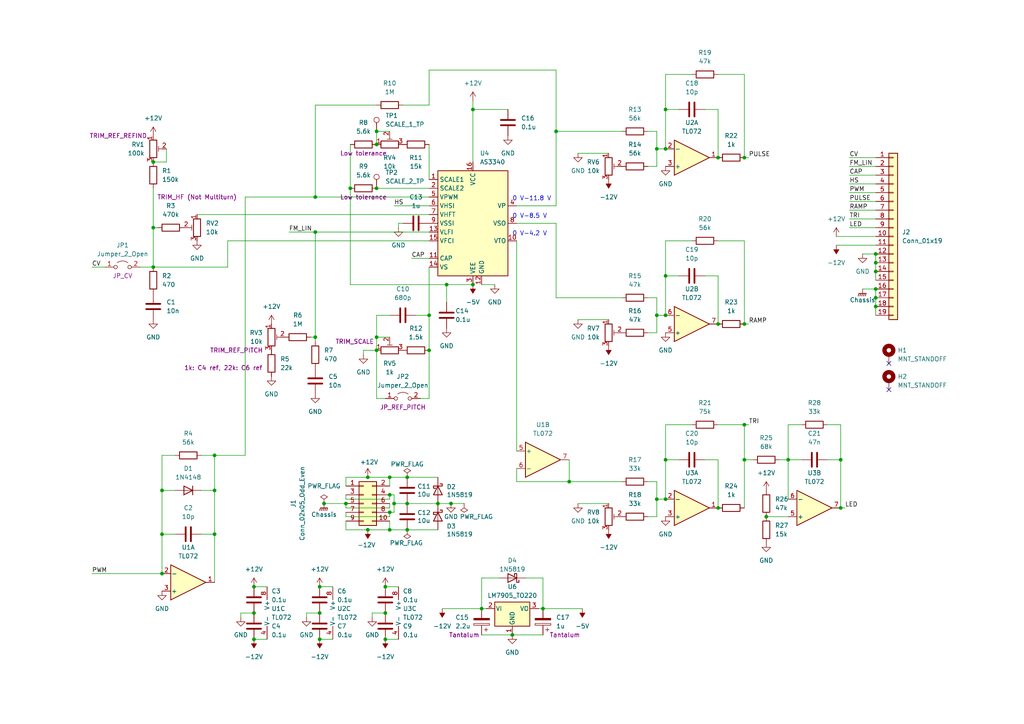
<source format=kicad_sch>
(kicad_sch (version 20230121) (generator eeschema)
  (paper "A4")
  (junction (at 130.81 146.05))
  (junction (at 46.99 154.94))
  (junction (at 254 88.9))
  (junction (at 101.6 54.61))
  (junction (at 254 83.82))
  (junction (at 113.03 138.43))
  (junction (at 111.76 185.42))
  (junction (at 92.71 170.18))
  (junction (at 254 86.36))
  (junction (at 243.84 133.35))
  (junction (at 243.84 147.32))
  (junction (at 215.9 93.98))
  (junction (at 228.6 133.35))
  (junction (at 208.28 93.98))
  (junction (at 124.46 91.44))
  (junction (at 109.22 101.6))
  (junction (at 92.71 177.8))
  (junction (at 113.03 153.67))
  (junction (at 46.99 166.37))
  (junction (at 137.16 82.55))
  (junction (at 91.44 97.79))
  (junction (at 190.5 43.18))
  (junction (at 215.9 133.35))
  (junction (at 193.04 31.75))
  (junction (at 129.54 82.55))
  (junction (at 62.23 142.24))
  (junction (at 46.99 142.24))
  (junction (at 73.66 185.42))
  (junction (at 113.03 148.59))
  (junction (at 193.04 144.78))
  (junction (at 193.04 133.35))
  (junction (at 193.04 91.44))
  (junction (at 165.1 139.7))
  (junction (at 113.03 143.51))
  (junction (at 111.76 177.8))
  (junction (at 106.68 138.43))
  (junction (at 208.28 45.72))
  (junction (at 93.98 146.05))
  (junction (at 118.11 153.67))
  (junction (at 190.5 91.44))
  (junction (at 91.44 67.31))
  (junction (at 193.04 80.01))
  (junction (at 114.3 146.05))
  (junction (at 118.11 146.05))
  (junction (at 254 73.66))
  (junction (at 109.22 41.91))
  (junction (at 44.45 77.47))
  (junction (at 193.04 43.18))
  (junction (at 215.9 123.19))
  (junction (at 254 76.2))
  (junction (at 148.59 184.15))
  (junction (at 109.22 97.79))
  (junction (at 161.29 38.1))
  (junction (at 44.45 46.99))
  (junction (at 109.22 54.61))
  (junction (at 190.5 144.78))
  (junction (at 208.28 147.32))
  (junction (at 127 146.05))
  (junction (at 62.23 132.08))
  (junction (at 222.25 149.86))
  (junction (at 62.23 154.94))
  (junction (at 137.16 31.75))
  (junction (at 124.46 101.6))
  (junction (at 139.7 176.53))
  (junction (at 109.22 38.1))
  (junction (at 111.76 170.18))
  (junction (at 73.66 170.18))
  (junction (at 44.45 66.04))
  (junction (at 157.48 176.53))
  (junction (at 106.68 153.67))
  (junction (at 91.44 57.15))
  (junction (at 73.66 177.8))
  (junction (at 118.11 138.43))
  (junction (at 100.33 146.05))
  (junction (at 254 78.74))
  (junction (at 92.71 185.42))
  (junction (at 215.9 45.72))
  (no_connect (at 257.81 105.41))
  (no_connect (at 257.81 113.03))
  (wire (pts (xy 165.1 139.7) (xy 180.34 139.7)))
  (wire (pts (xy 124.46 30.48) (xy 124.46 20.32)))
  (wire (pts (xy 193.04 31.75) (xy 193.04 43.18)))
  (wire (pts (xy 26.67 77.47) (xy 30.48 77.47)))
  (wire (pts (xy 109.22 97.79) (xy 109.22 101.6)))
  (wire (pts (xy 149.86 69.85) (xy 149.86 130.81)))
  (wire (pts (xy 254 86.36) (xy 254 88.9)))
  (wire (pts (xy 215.9 21.59) (xy 215.9 45.72)))
  (wire (pts (xy 246.38 48.26) (xy 254 48.26)))
  (wire (pts (xy 109.22 30.48) (xy 91.44 30.48)))
  (wire (pts (xy 46.99 154.94) (xy 46.99 166.37)))
  (wire (pts (xy 127 138.43) (xy 118.11 138.43)))
  (wire (pts (xy 127 146.05) (xy 130.81 146.05)))
  (wire (pts (xy 246.38 58.42) (xy 254 58.42)))
  (wire (pts (xy 190.5 48.26) (xy 190.5 43.18)))
  (wire (pts (xy 157.48 176.53) (xy 168.91 176.53)))
  (wire (pts (xy 113.03 153.67) (xy 118.11 153.67)))
  (wire (pts (xy 193.04 123.19) (xy 193.04 133.35)))
  (wire (pts (xy 193.04 80.01) (xy 196.85 80.01)))
  (wire (pts (xy 124.46 101.6) (xy 124.46 115.57)))
  (wire (pts (xy 62.23 132.08) (xy 62.23 142.24)))
  (wire (pts (xy 124.46 77.47) (xy 124.46 91.44)))
  (wire (pts (xy 246.38 63.5) (xy 254 63.5)))
  (wire (pts (xy 215.9 93.98) (xy 217.17 93.98)))
  (wire (pts (xy 144.78 167.64) (xy 139.7 167.64)))
  (wire (pts (xy 254 76.2) (xy 254 78.74)))
  (wire (pts (xy 101.6 82.55) (xy 129.54 82.55)))
  (wire (pts (xy 113.03 148.59) (xy 114.3 148.59)))
  (wire (pts (xy 26.67 166.37) (xy 46.99 166.37)))
  (wire (pts (xy 109.22 101.6) (xy 109.22 115.57)))
  (wire (pts (xy 44.45 66.04) (xy 44.45 77.47)))
  (wire (pts (xy 167.64 146.05) (xy 176.53 146.05)))
  (wire (pts (xy 107.95 177.8) (xy 111.76 177.8)))
  (wire (pts (xy 100.33 144.78) (xy 113.03 144.78)))
  (wire (pts (xy 100.33 149.86) (xy 113.03 149.86)))
  (wire (pts (xy 222.25 149.86) (xy 228.6 149.86)))
  (wire (pts (xy 137.16 29.21) (xy 137.16 31.75)))
  (wire (pts (xy 124.46 41.91) (xy 124.46 52.07)))
  (wire (pts (xy 208.28 69.85) (xy 215.9 69.85)))
  (wire (pts (xy 111.76 115.57) (xy 109.22 115.57)))
  (wire (pts (xy 240.03 133.35) (xy 243.84 133.35)))
  (wire (pts (xy 246.38 60.96) (xy 254 60.96)))
  (wire (pts (xy 93.98 146.05) (xy 100.33 146.05)))
  (wire (pts (xy 101.6 54.61) (xy 101.6 82.55)))
  (wire (pts (xy 190.5 86.36) (xy 190.5 91.44)))
  (wire (pts (xy 228.6 123.19) (xy 228.6 133.35)))
  (wire (pts (xy 167.64 44.45) (xy 176.53 44.45)))
  (wire (pts (xy 232.41 123.19) (xy 228.6 123.19)))
  (wire (pts (xy 113.03 149.86) (xy 113.03 148.59)))
  (wire (pts (xy 44.45 77.47) (xy 66.04 77.47)))
  (wire (pts (xy 71.12 57.15) (xy 71.12 132.08)))
  (wire (pts (xy 129.54 82.55) (xy 129.54 87.63)))
  (wire (pts (xy 139.7 167.64) (xy 139.7 176.53)))
  (wire (pts (xy 243.84 133.35) (xy 243.84 147.32)))
  (wire (pts (xy 246.38 45.72) (xy 254 45.72)))
  (wire (pts (xy 139.7 176.53) (xy 140.97 176.53)))
  (wire (pts (xy 204.47 31.75) (xy 208.28 31.75)))
  (wire (pts (xy 246.38 50.8) (xy 254 50.8)))
  (wire (pts (xy 44.45 54.61) (xy 44.45 66.04)))
  (wire (pts (xy 44.45 66.04) (xy 45.72 66.04)))
  (wire (pts (xy 40.64 77.47) (xy 44.45 77.47)))
  (wire (pts (xy 242.57 68.58) (xy 254 68.58)))
  (wire (pts (xy 100.33 146.05) (xy 100.33 147.32)))
  (wire (pts (xy 187.96 86.36) (xy 190.5 86.36)))
  (wire (pts (xy 113.03 140.97) (xy 113.03 138.43)))
  (wire (pts (xy 73.66 185.42) (xy 77.47 185.42)))
  (wire (pts (xy 200.66 123.19) (xy 193.04 123.19)))
  (wire (pts (xy 246.38 66.04) (xy 254 66.04)))
  (wire (pts (xy 204.47 133.35) (xy 208.28 133.35)))
  (wire (pts (xy 100.33 140.97) (xy 100.33 138.43)))
  (wire (pts (xy 232.41 133.35) (xy 228.6 133.35)))
  (wire (pts (xy 208.28 133.35) (xy 208.28 147.32)))
  (wire (pts (xy 71.12 132.08) (xy 62.23 132.08)))
  (wire (pts (xy 228.6 133.35) (xy 228.6 144.78)))
  (wire (pts (xy 116.84 64.77) (xy 115.57 64.77)))
  (wire (pts (xy 180.34 86.36) (xy 161.29 86.36)))
  (wire (pts (xy 100.33 153.67) (xy 106.68 153.67)))
  (wire (pts (xy 240.03 123.19) (xy 243.84 123.19)))
  (wire (pts (xy 200.66 21.59) (xy 193.04 21.59)))
  (wire (pts (xy 66.04 69.85) (xy 66.04 77.47)))
  (wire (pts (xy 91.44 30.48) (xy 91.44 57.15)))
  (wire (pts (xy 105.41 102.87) (xy 105.41 101.6)))
  (wire (pts (xy 113.03 91.44) (xy 109.22 91.44)))
  (wire (pts (xy 83.82 67.31) (xy 91.44 67.31)))
  (wire (pts (xy 58.42 132.08) (xy 62.23 132.08)))
  (wire (pts (xy 152.4 167.64) (xy 157.48 167.64)))
  (wire (pts (xy 243.84 123.19) (xy 243.84 133.35)))
  (wire (pts (xy 204.47 80.01) (xy 208.28 80.01)))
  (wire (pts (xy 161.29 38.1) (xy 161.29 59.69)))
  (wire (pts (xy 250.19 73.66) (xy 254 73.66)))
  (wire (pts (xy 156.21 176.53) (xy 157.48 176.53)))
  (wire (pts (xy 190.5 38.1) (xy 190.5 43.18)))
  (wire (pts (xy 193.04 69.85) (xy 193.04 80.01)))
  (wire (pts (xy 226.06 133.35) (xy 228.6 133.35)))
  (wire (pts (xy 115.57 64.77) (xy 115.57 66.04)))
  (wire (pts (xy 161.29 64.77) (xy 149.86 64.77)))
  (wire (pts (xy 58.42 142.24) (xy 62.23 142.24)))
  (wire (pts (xy 254 88.9) (xy 254 91.44)))
  (wire (pts (xy 161.29 38.1) (xy 180.34 38.1)))
  (wire (pts (xy 187.96 149.86) (xy 190.5 149.86)))
  (wire (pts (xy 161.29 86.36) (xy 161.29 64.77)))
  (wire (pts (xy 109.22 54.61) (xy 124.46 54.61)))
  (wire (pts (xy 91.44 57.15) (xy 124.46 57.15)))
  (wire (pts (xy 129.54 82.55) (xy 137.16 82.55)))
  (wire (pts (xy 193.04 133.35) (xy 196.85 133.35)))
  (wire (pts (xy 190.5 96.52) (xy 190.5 91.44)))
  (wire (pts (xy 91.44 97.79) (xy 91.44 99.06)))
  (wire (pts (xy 88.9 177.8) (xy 92.71 177.8)))
  (wire (pts (xy 190.5 43.18) (xy 193.04 43.18)))
  (wire (pts (xy 200.66 69.85) (xy 193.04 69.85)))
  (wire (pts (xy 149.86 135.89) (xy 149.86 139.7)))
  (wire (pts (xy 113.03 38.1) (xy 109.22 38.1)))
  (wire (pts (xy 100.33 148.59) (xy 100.33 149.86)))
  (wire (pts (xy 106.68 153.67) (xy 113.03 153.67)))
  (wire (pts (xy 57.15 62.23) (xy 124.46 62.23)))
  (wire (pts (xy 190.5 139.7) (xy 190.5 144.78)))
  (wire (pts (xy 113.03 147.32) (xy 113.03 146.05)))
  (wire (pts (xy 109.22 38.1) (xy 109.22 41.91)))
  (wire (pts (xy 48.26 43.18) (xy 48.26 46.99)))
  (wire (pts (xy 124.46 20.32) (xy 161.29 20.32)))
  (wire (pts (xy 91.44 67.31) (xy 124.46 67.31)))
  (wire (pts (xy 107.95 179.07) (xy 107.95 177.8)))
  (wire (pts (xy 243.84 147.32) (xy 245.11 147.32)))
  (wire (pts (xy 114.3 59.69) (xy 124.46 59.69)))
  (wire (pts (xy 193.04 31.75) (xy 196.85 31.75)))
  (wire (pts (xy 48.26 46.99) (xy 44.45 46.99)))
  (wire (pts (xy 58.42 154.94) (xy 62.23 154.94)))
  (wire (pts (xy 118.11 146.05) (xy 127 146.05)))
  (wire (pts (xy 62.23 142.24) (xy 62.23 154.94)))
  (wire (pts (xy 208.28 31.75) (xy 208.28 45.72)))
  (wire (pts (xy 91.44 57.15) (xy 71.12 57.15)))
  (wire (pts (xy 92.71 185.42) (xy 96.52 185.42)))
  (wire (pts (xy 208.28 80.01) (xy 208.28 93.98)))
  (wire (pts (xy 148.59 184.15) (xy 157.48 184.15)))
  (wire (pts (xy 118.11 153.67) (xy 127 153.67)))
  (wire (pts (xy 254 78.74) (xy 254 81.28)))
  (wire (pts (xy 121.92 115.57) (xy 124.46 115.57)))
  (wire (pts (xy 100.33 151.13) (xy 100.33 153.67)))
  (wire (pts (xy 114.3 143.51) (xy 114.3 146.05)))
  (wire (pts (xy 246.38 55.88) (xy 254 55.88)))
  (wire (pts (xy 101.6 41.91) (xy 101.6 54.61)))
  (wire (pts (xy 105.41 101.6) (xy 109.22 101.6)))
  (wire (pts (xy 149.86 139.7) (xy 165.1 139.7)))
  (wire (pts (xy 124.46 91.44) (xy 124.46 101.6)))
  (wire (pts (xy 167.64 92.71) (xy 176.53 92.71)))
  (wire (pts (xy 215.9 45.72) (xy 217.17 45.72)))
  (wire (pts (xy 218.44 133.35) (xy 215.9 133.35)))
  (wire (pts (xy 128.27 176.53) (xy 139.7 176.53)))
  (wire (pts (xy 124.46 69.85) (xy 66.04 69.85)))
  (wire (pts (xy 90.17 97.79) (xy 91.44 97.79)))
  (wire (pts (xy 69.85 179.07) (xy 69.85 177.8)))
  (wire (pts (xy 161.29 20.32) (xy 161.29 38.1)))
  (wire (pts (xy 254 73.66) (xy 254 76.2)))
  (wire (pts (xy 120.65 91.44) (xy 124.46 91.44)))
  (wire (pts (xy 165.1 133.35) (xy 165.1 139.7)))
  (wire (pts (xy 62.23 154.94) (xy 62.23 168.91)))
  (wire (pts (xy 113.03 97.79) (xy 109.22 97.79)))
  (wire (pts (xy 190.5 144.78) (xy 193.04 144.78)))
  (wire (pts (xy 100.33 147.32) (xy 113.03 147.32)))
  (wire (pts (xy 137.16 31.75) (xy 147.32 31.75)))
  (wire (pts (xy 139.7 184.15) (xy 148.59 184.15)))
  (wire (pts (xy 190.5 91.44) (xy 193.04 91.44)))
  (wire (pts (xy 100.33 143.51) (xy 100.33 144.78)))
  (wire (pts (xy 187.96 48.26) (xy 190.5 48.26)))
  (wire (pts (xy 187.96 139.7) (xy 190.5 139.7)))
  (wire (pts (xy 193.04 21.59) (xy 193.04 31.75)))
  (wire (pts (xy 157.48 167.64) (xy 157.48 176.53)))
  (wire (pts (xy 187.96 96.52) (xy 190.5 96.52)))
  (wire (pts (xy 69.85 177.8) (xy 73.66 177.8)))
  (wire (pts (xy 100.33 138.43) (xy 106.68 138.43)))
  (wire (pts (xy 215.9 133.35) (xy 215.9 147.32)))
  (wire (pts (xy 50.8 142.24) (xy 46.99 142.24)))
  (wire (pts (xy 114.3 146.05) (xy 118.11 146.05)))
  (wire (pts (xy 250.19 83.82) (xy 254 83.82)))
  (wire (pts (xy 119.38 74.93) (xy 124.46 74.93)))
  (wire (pts (xy 215.9 123.19) (xy 217.17 123.19)))
  (wire (pts (xy 113.03 143.51) (xy 114.3 143.51)))
  (wire (pts (xy 130.81 146.05) (xy 134.62 146.05)))
  (wire (pts (xy 50.8 154.94) (xy 46.99 154.94)))
  (wire (pts (xy 73.66 170.18) (xy 77.47 170.18)))
  (wire (pts (xy 139.7 82.55) (xy 143.51 82.55)))
  (wire (pts (xy 111.76 170.18) (xy 115.57 170.18)))
  (wire (pts (xy 92.71 170.18) (xy 96.52 170.18)))
  (wire (pts (xy 190.5 149.86) (xy 190.5 144.78)))
  (wire (pts (xy 187.96 38.1) (xy 190.5 38.1)))
  (wire (pts (xy 46.99 142.24) (xy 46.99 154.94)))
  (wire (pts (xy 208.28 123.19) (xy 215.9 123.19)))
  (wire (pts (xy 254 83.82) (xy 254 86.36)))
  (wire (pts (xy 113.03 144.78) (xy 113.03 143.51)))
  (wire (pts (xy 114.3 148.59) (xy 114.3 146.05)))
  (wire (pts (xy 88.9 179.07) (xy 88.9 177.8)))
  (wire (pts (xy 215.9 123.19) (xy 215.9 133.35)))
  (wire (pts (xy 161.29 59.69) (xy 149.86 59.69)))
  (wire (pts (xy 208.28 21.59) (xy 215.9 21.59)))
  (wire (pts (xy 46.99 132.08) (xy 46.99 142.24)))
  (wire (pts (xy 246.38 53.34) (xy 254 53.34)))
  (wire (pts (xy 50.8 132.08) (xy 46.99 132.08)))
  (wire (pts (xy 106.68 138.43) (xy 113.03 138.43)))
  (wire (pts (xy 193.04 133.35) (xy 193.04 144.78)))
  (wire (pts (xy 91.44 67.31) (xy 91.44 97.79)))
  (wire (pts (xy 193.04 80.01) (xy 193.04 91.44)))
  (wire (pts (xy 137.16 31.75) (xy 137.16 46.99)))
  (wire (pts (xy 116.84 30.48) (xy 124.46 30.48)))
  (wire (pts (xy 215.9 69.85) (xy 215.9 93.98)))
  (wire (pts (xy 109.22 91.44) (xy 109.22 97.79)))
  (wire (pts (xy 111.76 185.42) (xy 115.57 185.42)))
  (wire (pts (xy 113.03 151.13) (xy 113.03 153.67)))
  (wire (pts (xy 242.57 71.12) (xy 254 71.12)))
  (wire (pts (xy 113.03 138.43) (xy 118.11 138.43)))
  (text "0 V-11.8 V" (at 148.59 58.42 0) (effects (font (size 1.27 1.27)) (justify left bottom)))
  (text "0 V-8.5 V" (at 148.59 63.5 0) (effects (font (size 1.27 1.27)) (justify left bottom)))
  (text "0 V-4.2 V" (at 148.59 68.58 0) (effects (font (size 1.27 1.27)) (justify left bottom)))
  (text "1) Set voltages SCALE_1_TP = SCALE_2_TP\n2) Place jumper JP_REF_PITCH\n3) Tune to 1046.5 Hz with TRIM_REF_PITCH\n4) Remove jumper JP_REF_PITCH\n5) Remove jumper JP_CV\n6) Bring TRIM_HF to GND\n7) Apply 5 V CV\n8) Tune to 1046.5 Hz with TRIM_REF_REFIND\n9) Apply 0 V CV\n10) Tune to 32.7 Hz with TRIM_SCALE\n11) Apply HF correction using TRIM_HF\n12) Place jumper JP_CV\n" (at 0 238.76 0) (effects (font (size 1.27 1.27)) (justify left bottom)))
  (label "CAP" (at 246.38 50.8 0))
  (label "PULSE" (at 217.17 45.72 0))
  (label "RAMP" (at 246.38 60.96 0))
  (label "LED" (at 246.38 66.04 0))
  (label "PWM" (at 26.67 166.37 0))
  (label "HS" (at 246.38 53.34 0))
  (label "LED" (at 245.11 147.32 0))
  (label "TRI" (at 246.38 63.5 0))
  (label "CV" (at 26.67 77.47 0))
  (label "CV" (at 246.38 45.72 0))
  (label "CAP" (at 119.38 74.93 0))
  (label "PULSE" (at 246.38 58.42 0))
  (label "PWM" (at 246.38 55.88 0))
  (label "FM_LIN" (at 246.38 48.26 0))
  (label "FM_LIN" (at 83.82 67.31 0))
  (label "HS" (at 114.3 59.69 0))
  (label "TRI" (at 217.17 123.19 0))
  (label "RAMP" (at 217.17 93.98 0))
  (symbol (lib_id "power:-5V") (at 137.16 82.55 180) (unit 1)
    (property "Reference" "#PWR025" (effects hide))
    (property "Value" "-5V" (at 137.16 87.63 0))
  )
  (symbol (lib_id "Amplifier_Operational:TL072") (at 200.66 45.72 0) (mirror x) (unit 1)
    (property "Reference" "U2" (at 200.66 35.56 0))
    (property "Value" "TL072" (at 200.66 38.1 0))
    (property "Footprint" "Package_DIP:DIP-8_W7.62mm_Socket" (effects hide))
    (property "Datasheet" "http://www.ti.com/lit/ds/symlink/tl071.pdf" (effects hide))
  )
  (symbol (lib_id "power:+12V") (at 242.57 68.58 0) (unit 1)
    (property "Reference" "#PWR041" (effects hide))
    (property "Value" "+12V" (at 242.57 63.5 0))
  )
  (symbol (lib_id "Device:R") (at 78.74 105.41 0) (unit 1)
    (property "Reference" "R5" (at 81.28 104.1399 0) (effects (justify left)))
    (property "Value" "22k" (at 81.28 106.6799 0) (effects (justify left)))
    (property "Footprint" "Resistor_THT:R_Axial_DIN0207_L6.3mm_D2.5mm_P7.62mm_Horizontal" (effects hide))
    (property "Notes" "1k: C4 ref, 22k: C6 ref" (at 64.77 106.68 0))
  )
  (symbol (lib_id "Device:C_Polarized") (at 157.48 180.34 180) (unit 1)
    (property "Reference" "C17" (at 161.29 179.07 0) (effects (justify right)))
    (property "Value" "1u" (at 161.29 181.61 0) (effects (justify right)))
    (property "Footprint" "Capacitor_THT:CP_Radial_Tantal_D5.0mm_P2.50mm" (effects hide))
    (property "Notes" "Tantalum" (at 163.83 184.15 0))
  )
  (symbol (lib_id "Device:C") (at 236.22 133.35 90) (unit 1)
    (property "Reference" "C21" (at 236.22 125.73 90))
    (property "Value" "47n" (at 236.22 128.27 90))
    (property "Footprint" "0_Capacitor_THT:C_Disc_D5.5mm_W2.5mm_P2.50mm" (effects hide))
  )
  (symbol (lib_id "Amplifier_Operational:TL072") (at 54.61 168.91 0) (mirror x) (unit 1)
    (property "Reference" "U1" (at 54.61 158.75 0))
    (property "Value" "TL072" (at 54.61 161.29 0))
    (property "Footprint" "Package_DIP:DIP-8_W7.62mm_Socket" (effects hide))
    (property "Datasheet" "http://www.ti.com/lit/ds/symlink/tl071.pdf" (effects hide))
  )
  (symbol (lib_id "Device:C") (at 92.71 181.61 180) (unit 1)
    (property "Reference" "C7" (at 97.79 181.61 0) (effects (justify right)))
    (property "Value" "0.1u" (at 97.79 184.15 0) (effects (justify right)))
    (property "Footprint" "0_Capacitor_THT:C_Disc_D5.5mm_W2.5mm_P2.50mm" (effects hide))
  )
  (symbol (lib_id "power:GND") (at 193.04 149.86 0) (unit 1)
    (property "Reference" "#PWR038" (effects hide))
    (property "Value" "GND" (at 193.04 154.94 0))
  )
  (symbol (lib_id "Device:R") (at 105.41 41.91 90) (unit 1)
    (property "Reference" "R8" (at 105.41 35.56 90))
    (property "Value" "5.6k" (at 105.41 38.1 90))
    (property "Footprint" "Resistor_THT:R_Axial_DIN0207_L6.3mm_D2.5mm_P7.62mm_Horizontal" (effects hide))
    (property "Notes" "Low tolerance" (at 105.41 44.45 90))
  )
  (symbol (lib_id "Device:R") (at 184.15 86.36 90) (unit 1)
    (property "Reference" "R15" (at 184.15 80.01 90))
    (property "Value" "47k" (at 184.15 82.55 90))
    (property "Footprint" "Resistor_THT:R_Axial_DIN0207_L6.3mm_D2.5mm_P7.62mm_Horizontal" (effects hide))
  )
  (symbol (lib_id "Device:R") (at 212.09 45.72 90) (unit 1)
    (property "Reference" "R22" (at 212.09 39.37 90))
    (property "Value" "1k" (at 212.09 41.91 90))
    (property "Footprint" "Resistor_THT:R_Axial_DIN0207_L6.3mm_D2.5mm_P7.62mm_Horizontal" (effects hide))
  )
  (symbol (lib_id "Device:C") (at 54.61 154.94 90) (unit 1)
    (property "Reference" "C2" (at 54.61 147.32 90))
    (property "Value" "10p" (at 54.61 149.86 90))
    (property "Footprint" "0_Capacitor_THT:C_Disc_D5.5mm_W2.5mm_P2.50mm" (effects hide))
  )
  (symbol (lib_id "power:GND") (at 44.45 92.71 0) (unit 1)
    (property "Reference" "#PWR02" (effects hide))
    (property "Value" "GND" (at 44.45 97.79 0))
  )
  (symbol (lib_id "Diode:1N5819") (at 148.59 167.64 180) (unit 1)
    (property "Reference" "D4" (at 148.59 162.56 0))
    (property "Value" "1N5819" (at 148.59 165.1 0))
    (property "Footprint" "Diode_THT:D_DO-41_SOD81_P10.16mm_Horizontal" (effects hide))
    (property "Datasheet" "http://www.vishay.com/docs/88525/1n5817.pdf" (effects hide))
  )
  (symbol (lib_id "power:GND") (at 46.99 171.45 0) (unit 1)
    (property "Reference" "#PWR03" (effects hide))
    (property "Value" "GND" (at 46.99 176.53 0))
  )
  (symbol (lib_id "Amplifier_Operational:TL072") (at 157.48 133.35 0) (unit 2)
    (property "Reference" "U1" (at 157.48 123.19 0))
    (property "Value" "TL072" (at 157.48 125.73 0))
    (property "Footprint" "Package_DIP:DIP-8_W7.62mm_Socket" (effects hide))
    (property "Datasheet" "http://www.ti.com/lit/ds/symlink/tl071.pdf" (effects hide))
  )
  (symbol (lib_id "Device:R") (at 184.15 149.86 90) (unit 1)
    (property "Reference" "R18" (at 184.15 143.51 90))
    (property "Value" "33k" (at 184.15 146.05 90))
    (property "Footprint" "Resistor_THT:R_Axial_DIN0207_L6.3mm_D2.5mm_P7.62mm_Horizontal" (effects hide))
  )
  (symbol (lib_id "Device:R_Potentiometer_Trim") (at 57.15 66.04 0) (mirror y) (unit 1)
    (property "Reference" "RV2" (at 59.69 64.7699 0) (effects (justify right)))
    (property "Value" "10k" (at 59.69 67.3099 0) (effects (justify right)))
    (property "Footprint" "Potentiometer_THT:Potentiometer_Runtron_RM-065_Vertical" (effects hide))
    (property "Notes" "TRIM_HF (Not Multiturn)" (at 57.15 57.15 0))
  )
  (symbol (lib_id "power:PWR_FLAG") (at 93.98 146.05 0) (unit 1)
    (property "Reference" "#FLG01" (effects hide))
    (property "Value" "PWR_FLAG" (at 93.98 140.97 0))
  )
  (symbol (lib_id "Device:C") (at 147.32 35.56 180) (unit 1)
    (property "Reference" "C16" (at 151.13 34.2899 0) (effects (justify right)))
    (property "Value" "0.1u" (at 151.13 36.8299 0) (effects (justify right)))
    (property "Footprint" "0_Capacitor_THT:C_Disc_D5.5mm_W2.5mm_P2.50mm" (effects hide))
  )
  (symbol (lib_id "Device:R_Potentiometer_Trim") (at 78.74 97.79 0) (unit 1)
    (property "Reference" "RV3" (at 76.2 96.5199 0) (effects (justify right)))
    (property "Value" "10k" (at 76.2 99.0599 0) (effects (justify right)))
    (property "Footprint" "Potentiometer_THT:Potentiometer_Bourns_3296W_Vertical" (effects hide))
    (property "Notes" "TRIM_REF_PITCH" (at 68.58 101.6 0))
  )
  (symbol (lib_id "Device:R") (at 184.15 139.7 90) (unit 1)
    (property "Reference" "R17" (at 184.15 133.35 90))
    (property "Value" "33k" (at 184.15 135.89 90))
    (property "Footprint" "Resistor_THT:R_Axial_DIN0207_L6.3mm_D2.5mm_P7.62mm_Horizontal" (effects hide))
  )
  (symbol (lib_id "power:GND") (at 57.15 69.85 0) (unit 1)
    (property "Reference" "#PWR04" (effects hide))
    (property "Value" "GND" (at 57.15 74.93 0))
  )
  (symbol (lib_id "Mechanical:MountingHole_Pad") (at 257.81 110.49 0) (unit 1)
    (property "Reference" "H2" (at 260.35 109.22 0) (effects (justify left)))
    (property "Value" "MNT_STANDOFF" (at 260.35 111.76 0) (effects (justify left)))
    (property "Footprint" "0_MountingHole:MountingHole_Pitch7.5mm_Drill3.4mm" (effects hide))
  )
  (symbol (lib_id "power:GND") (at 69.85 179.07 0) (unit 1)
    (property "Reference" "#PWR05" (effects hide))
    (property "Value" "GND" (at 69.85 184.15 0))
  )
  (symbol (lib_id "Device:R") (at 54.61 132.08 90) (unit 1)
    (property "Reference" "R4" (at 54.61 125.73 90))
    (property "Value" "56k" (at 54.61 128.27 90))
    (property "Footprint" "Resistor_THT:R_Axial_DIN0207_L6.3mm_D2.5mm_P7.62mm_Horizontal" (effects hide))
  )
  (symbol (lib_id "power:GND") (at 222.25 157.48 0) (unit 1)
    (property "Reference" "#PWR040" (effects hide))
    (property "Value" "GND" (at 222.25 162.56 0))
  )
  (symbol (lib_id "Device:R") (at 222.25 146.05 180) (unit 1)
    (property "Reference" "R26" (at 224.79 144.7799 0) (effects (justify right)))
    (property "Value" "47k" (at 224.79 147.3199 0) (effects (justify right)))
    (property "Footprint" "Resistor_THT:R_Axial_DIN0207_L6.3mm_D2.5mm_P7.62mm_Horizontal" (effects hide))
  )
  (symbol (lib_id "Device:R") (at 184.15 96.52 90) (unit 1)
    (property "Reference" "R16" (at 184.15 90.17 90))
    (property "Value" "47k" (at 184.15 92.71 90))
    (property "Footprint" "Resistor_THT:R_Axial_DIN0207_L6.3mm_D2.5mm_P7.62mm_Horizontal" (effects hide))
  )
  (symbol (lib_id "power:GND") (at 167.64 146.05 0) (unit 1)
    (property "Reference" "#PWR031" (effects hide))
    (property "Value" "GND" (at 167.64 151.13 0))
  )
  (symbol (lib_id "Device:R") (at 204.47 123.19 90) (unit 1)
    (property "Reference" "R21" (at 204.47 116.84 90))
    (property "Value" "75k" (at 204.47 119.38 90))
    (property "Footprint" "Resistor_THT:R_Axial_DIN0207_L6.3mm_D2.5mm_P7.62mm_Horizontal" (effects hide))
  )
  (symbol (lib_id "Device:C") (at 118.11 149.86 0) (unit 1)
    (property "Reference" "C12" (at 121.031 148.6916 0) (effects (justify left)))
    (property "Value" "10u" (at 121.031 151.003 0) (effects (justify left)))
    (property "Footprint" "0_Capacitor_THT:C_Disc_D5.5mm_W4.0mm_P2.50mm" (effects hide))
  )
  (symbol (lib_id "Device:C") (at 129.54 91.44 180) (unit 1)
    (property "Reference" "C14" (at 132.08 90.17 0) (effects (justify right)))
    (property "Value" "0.1u" (at 132.08 92.71 0) (effects (justify right)))
    (property "Footprint" "0_Capacitor_THT:C_Disc_D5.5mm_W2.5mm_P2.50mm" (effects hide))
  )
  (symbol (lib_id "Device:C") (at 118.11 142.24 0) (unit 1)
    (property "Reference" "C11" (at 121.031 141.0716 0) (effects (justify left)))
    (property "Value" "10u" (at 121.031 143.383 0) (effects (justify left)))
    (property "Footprint" "0_Capacitor_THT:C_Disc_D5.5mm_W4.0mm_P2.50mm" (effects hide))
  )
  (symbol (lib_id "power:GND") (at 115.57 66.04 0) (unit 1)
    (property "Reference" "#PWR020" (effects hide))
    (property "Value" "GND" (at 115.57 71.12 0))
  )
  (symbol (lib_id "power:-12V") (at 111.76 185.42 180) (unit 1)
    (property "Reference" "#PWR019" (effects hide))
    (property "Value" "-12V" (at 111.76 190.5 0))
  )
  (symbol (lib_id "Device:C") (at 92.71 173.99 180) (unit 1)
    (property "Reference" "C6" (at 97.79 171.45 0) (effects (justify right)))
    (property "Value" "0.1u" (at 97.79 173.99 0) (effects (justify right)))
    (property "Footprint" "0_Capacitor_THT:C_Disc_D5.5mm_W2.5mm_P2.50mm" (effects hide))
  )
  (symbol (lib_id "Device:C") (at 116.84 91.44 90) (unit 1)
    (property "Reference" "C10" (at 116.84 83.82 90))
    (property "Value" "680p" (at 116.84 86.36 90))
    (property "Footprint" "0_Capacitor_THT:C_Disc_D5.5mm_W2.5mm_P2.50mm" (effects hide))
  )
  (symbol (lib_id "power:GND") (at 250.19 73.66 0) (unit 1)
    (property "Reference" "#PWR043" (effects hide))
    (property "Value" "GND" (at 250.19 78.74 0))
  )
  (symbol (lib_id "power:GND") (at 167.64 92.71 0) (unit 1)
    (property "Reference" "#PWR030" (effects hide))
    (property "Value" "GND" (at 167.64 97.79 0))
  )
  (symbol (lib_id "Device:C") (at 91.44 110.49 0) (unit 1)
    (property "Reference" "C5" (at 95.25 109.2199 0) (effects (justify left)))
    (property "Value" "10n" (at 95.25 111.7599 0) (effects (justify left)))
    (property "Footprint" "0_Capacitor_THT:C_Disc_D5.5mm_W2.5mm_P2.50mm" (effects hide))
  )
  (symbol (lib_id "Device:C") (at 111.76 181.61 180) (unit 1)
    (property "Reference" "C9" (at 116.84 181.61 0) (effects (justify right)))
    (property "Value" "0.1u" (at 116.84 184.15 0) (effects (justify right)))
    (property "Footprint" "0_Capacitor_THT:C_Disc_D5.5mm_W2.5mm_P2.50mm" (effects hide))
  )
  (symbol (lib_id "power:-12V") (at 128.27 176.53 180) (unit 1)
    (property "Reference" "#PWR021" (effects hide))
    (property "Value" "-12V" (at 128.27 181.61 0))
  )
  (symbol (lib_id "Device:R") (at 44.45 81.28 0) (unit 1)
    (property "Reference" "R2" (at 46.99 80.0099 0) (effects (justify left)))
    (property "Value" "470" (at 46.99 82.5499 0) (effects (justify left)))
    (property "Footprint" "Resistor_THT:R_Axial_DIN0207_L6.3mm_D2.5mm_P7.62mm_Horizontal" (effects hide))
  )
  (symbol (lib_id "Device:R") (at 222.25 133.35 90) (unit 1)
    (property "Reference" "R25" (at 222.25 127 90))
    (property "Value" "68k" (at 222.25 129.54 90))
    (property "Footprint" "Resistor_THT:R_Axial_DIN0207_L6.3mm_D2.5mm_P7.62mm_Horizontal" (effects hide))
  )
  (symbol (lib_id "power:+12V") (at 106.68 138.43 0) (unit 1)
    (property "Reference" "#PWR015" (effects hide))
    (property "Value" "+12V" (at 107.061 134.0358 0))
  )
  (symbol (lib_id "power:PWR_FLAG") (at 118.11 153.67 180) (unit 1)
    (property "Reference" "#FLG03" (effects hide))
    (property "Value" "PWR_FLAG" (at 113.03 157.48 0) (effects (justify right)))
  )
  (symbol (lib_id "power:GND") (at 105.41 102.87 0) (unit 1)
    (property "Reference" "#PWR014" (effects hide))
    (property "Value" "GND" (at 105.41 107.95 0))
  )
  (symbol (lib_id "Device:R") (at 86.36 97.79 90) (unit 1)
    (property "Reference" "R6" (at 86.36 91.44 90))
    (property "Value" "1M" (at 86.36 93.98 90))
    (property "Footprint" "Resistor_THT:R_Axial_DIN0207_L6.3mm_D2.5mm_P7.62mm_Horizontal" (effects hide))
  )
  (symbol (lib_id "Device:R_Potentiometer_Trim") (at 113.03 101.6 90) (unit 1)
    (property "Reference" "RV5" (at 113.03 105.41 90))
    (property "Value" "1k" (at 113.03 107.95 90))
    (property "Footprint" "Potentiometer_THT:Potentiometer_Bourns_3296W_Vertical" (effects hide))
    (property "Notes" "TRIM_SCALE" (at 102.87 99.06 90))
  )
  (symbol (lib_id "Connector_Generic:Conn_02x05_Odd_Even") (at 105.41 146.05 0) (unit 1)
    (property "Reference" "J1" (at 85.09 146.05 90))
    (property "Value" "Conn_02x05_Odd_Even" (at 87.63 146.05 90))
    (property "Footprint" "Connector_Molex:Molex_Mini-Fit_Jr_5566-10A_2x05_P4.20mm_Vertical" (effects hide))
  )
  (symbol (lib_id "power:GND") (at 107.95 179.07 0) (unit 1)
    (property "Reference" "#PWR017" (effects hide))
    (property "Value" "GND" (at 107.95 184.15 0))
  )
  (symbol (lib_id "Connector_Generic:Conn_01x19") (at 259.08 68.58 0) (unit 1)
    (property "Reference" "J2" (at 261.62 67.31 0) (effects (justify left)))
    (property "Value" "Conn_01x19" (at 261.62 69.85 0) (effects (justify left)))
    (property "Footprint" "Connector_PinHeader_2.54mm:PinHeader_1x19_P2.54mm_Vertical" (effects hide))
  )
  (symbol (lib_id "Device:R_Potentiometer_Trim") (at 176.53 149.86 0) (unit 1)
    (property "Reference" "RV8" (at 173.99 148.5899 0) (effects (justify right)))
    (property "Value" "10k" (at 173.99 151.1299 0) (effects (justify right)))
    (property "Footprint" "Potentiometer_THT:Potentiometer_Bourns_3296W_Vertical" (effects hide))
  )
  (symbol (lib_id "Diode:1N5819") (at 127 142.24 270) (unit 1)
    (property "Reference" "D2" (at 129.54 141.1986 90) (effects (justify left)))
    (property "Value" "1N5819" (at 129.54 143.51 90) (effects (justify left)))
    (property "Footprint" "Diode_THT:D_DO-41_SOD81_P10.16mm_Horizontal" (effects hide))
    (property "Datasheet" "http://www.vishay.com/docs/88525/1n5817.pdf" (effects hide))
  )
  (symbol (lib_id "Device:R_Potentiometer_Trim") (at 176.53 96.52 0) (unit 1)
    (property "Reference" "RV7" (at 173.99 95.2499 0) (effects (justify right)))
    (property "Value" "10k" (at 173.99 97.7899 0) (effects (justify right)))
    (property "Footprint" "Potentiometer_THT:Potentiometer_Bourns_3296W_Vertical" (effects hide))
  )
  (symbol (lib_id "power:GND") (at 148.59 184.15 0) (unit 1)
    (property "Reference" "#PWR028" (effects hide))
    (property "Value" "GND" (at 148.59 189.23 0))
  )
  (symbol (lib_id "power:PWR_FLAG") (at 134.62 146.05 180) (unit 1)
    (property "Reference" "#FLG04" (effects hide))
    (property "Value" "PWR_FLAG" (at 133.35 149.86 0) (effects (justify right)))
  )
  (symbol (lib_id "Device:R") (at 184.15 48.26 90) (unit 1)
    (property "Reference" "R14" (at 184.15 41.91 90))
    (property "Value" "56k" (at 184.15 44.45 90))
    (property "Footprint" "Resistor_THT:R_Axial_DIN0207_L6.3mm_D2.5mm_P7.62mm_Horizontal" (effects hide))
  )
  (symbol (lib_id "Device:R") (at 105.41 54.61 90) (unit 1)
    (property "Reference" "R9" (at 105.41 48.26 90))
    (property "Value" "5.6k" (at 105.41 50.8 90))
    (property "Footprint" "Resistor_THT:R_Axial_DIN0207_L6.3mm_D2.5mm_P7.62mm_Horizontal" (effects hide))
    (property "Notes" "Low tolerance" (at 105.41 57.15 90))
  )
  (symbol (lib_id "power:-12V") (at 106.68 153.67 180) (unit 1)
    (property "Reference" "#PWR016" (effects hide))
    (property "Value" "-12V" (at 106.299 158.0642 0))
  )
  (symbol (lib_id "Device:R") (at 44.45 50.8 0) (unit 1)
    (property "Reference" "R1" (at 46.99 49.5299 0) (effects (justify left)))
    (property "Value" "150k" (at 46.99 52.0699 0) (effects (justify left)))
    (property "Footprint" "Resistor_THT:R_Axial_DIN0207_L6.3mm_D2.5mm_P7.62mm_Horizontal" (effects hide))
  )
  (symbol (lib_id "Jumper:Jumper_2_Open") (at 116.84 115.57 0) (unit 1)
    (property "Reference" "JP2" (at 116.84 109.22 0))
    (property "Value" "Jumper_2_Open" (at 116.84 111.76 0))
    (property "Footprint" "Connector_PinHeader_2.54mm:PinHeader_1x02_P2.54mm_Vertical" (effects hide))
    (property "Notes" "JP_REF_PITCH" (at 116.84 118.11 0))
  )
  (symbol (lib_id "power:+12V") (at 44.45 39.37 0) (unit 1)
    (property "Reference" "#PWR01" (effects hide))
    (property "Value" "+12V" (at 44.45 34.29 0))
  )
  (symbol (lib_id "power:+12V") (at 73.66 170.18 0) (unit 1)
    (property "Reference" "#PWR06" (effects hide))
    (property "Value" "+12V" (at 73.66 165.1 0))
  )
  (symbol (lib_id "Device:C") (at 200.66 31.75 90) (unit 1)
    (property "Reference" "C18" (at 200.66 24.13 90))
    (property "Value" "10p" (at 200.66 26.67 90))
    (property "Footprint" "0_Capacitor_THT:C_Disc_D5.5mm_W2.5mm_P2.50mm" (effects hide))
  )
  (symbol (lib_id "Device:R") (at 222.25 153.67 180) (unit 1)
    (property "Reference" "R27" (at 224.79 152.3999 0) (effects (justify right)))
    (property "Value" "15k" (at 224.79 154.9399 0) (effects (justify right)))
    (property "Footprint" "Resistor_THT:R_Axial_DIN0207_L6.3mm_D2.5mm_P7.62mm_Horizontal" (effects hide))
  )
  (symbol (lib_id "Device:R") (at 212.09 93.98 90) (unit 1)
    (property "Reference" "R23" (at 212.09 87.63 90))
    (property "Value" "1k" (at 212.09 90.17 90))
    (property "Footprint" "Resistor_THT:R_Axial_DIN0207_L6.3mm_D2.5mm_P7.62mm_Horizontal" (effects hide))
  )
  (symbol (lib_id "0_power:Chassis") (at 93.98 146.05 0) (unit 1) (in_bom no) (on_board no)
    (property "Reference" "#U01" (effects hide))
    (property "Value" "Chassis" (at 93.98 149.225 0))
  )
  (symbol (lib_id "power:GND") (at 130.81 146.05 0) (unit 1)
    (property "Reference" "#PWR023" (effects hide))
    (property "Value" "GND" (at 130.81 149.86 0))
  )
  (symbol (lib_id "Device:R") (at 204.47 21.59 90) (unit 1)
    (property "Reference" "R19" (at 204.47 15.24 90))
    (property "Value" "47k" (at 204.47 17.78 90))
    (property "Footprint" "Resistor_THT:R_Axial_DIN0207_L6.3mm_D2.5mm_P7.62mm_Horizontal" (effects hide))
  )
  (symbol (lib_id "power:+12V") (at 137.16 29.21 0) (unit 1)
    (property "Reference" "#PWR024" (effects hide))
    (property "Value" "+12V" (at 137.16 24.13 0))
  )
  (symbol (lib_id "power:-12V") (at 176.53 52.07 180) (unit 1)
    (property "Reference" "#PWR033" (effects hide))
    (property "Value" "-12V" (at 176.53 57.15 0))
  )
  (symbol (lib_id "Device:C") (at 200.66 133.35 90) (unit 1)
    (property "Reference" "C20" (at 200.66 125.73 90))
    (property "Value" "10p" (at 200.66 128.27 90))
    (property "Footprint" "0_Capacitor_THT:C_Disc_D5.5mm_W2.5mm_P2.50mm" (effects hide))
  )
  (symbol (lib_id "Amplifier_Operational:TL072") (at 118.11 177.8 0) (unit 3)
    (property "Reference" "U3" (at 116.84 176.5299 0) (effects (justify left)))
    (property "Value" "TL072" (at 116.84 179.0699 0) (effects (justify left)))
    (property "Footprint" "Package_DIP:DIP-8_W7.62mm_Socket" (effects hide))
    (property "Datasheet" "http://www.ti.com/lit/ds/symlink/tl071.pdf" (effects hide))
  )
  (symbol (lib_id "power:GND") (at 147.32 39.37 0) (unit 1)
    (property "Reference" "#PWR027" (effects hide))
    (property "Value" "GND" (at 147.32 44.45 0))
  )
  (symbol (lib_id "Device:R") (at 212.09 147.32 90) (unit 1)
    (property "Reference" "R24" (at 212.09 140.97 90))
    (property "Value" "1k" (at 212.09 143.51 90))
    (property "Footprint" "Resistor_THT:R_Axial_DIN0207_L6.3mm_D2.5mm_P7.62mm_Horizontal" (effects hide))
  )
  (symbol (lib_id "Jumper:Jumper_2_Open") (at 35.56 77.47 0) (unit 1)
    (property "Reference" "JP1" (at 35.56 71.12 0))
    (property "Value" "Jumper_2_Open" (at 35.56 73.66 0))
    (property "Footprint" "Connector_PinHeader_2.54mm:PinHeader_1x02_P2.54mm_Vertical" (effects hide))
    (property "Notes" "JP_CV" (at 35.56 80.01 0))
  )
  (symbol (lib_id "power:GND") (at 193.04 96.52 0) (unit 1)
    (property "Reference" "#PWR037" (effects hide))
    (property "Value" "GND" (at 193.04 101.6 0))
  )
  (symbol (lib_id "Device:R") (at 120.65 41.91 270) (unit 1)
    (property "Reference" "R11" (at 120.65 45.72 90))
    (property "Value" "15k" (at 120.65 48.26 90))
    (property "Footprint" "Resistor_THT:R_Axial_DIN0207_L6.3mm_D2.5mm_P7.62mm_Horizontal" (effects hide))
  )
  (symbol (lib_id "power:+12V") (at 222.25 142.24 0) (unit 1)
    (property "Reference" "#PWR039" (effects hide))
    (property "Value" "+12V" (at 222.25 137.16 0))
  )
  (symbol (lib_id "Device:R_Potentiometer_Trim") (at 113.03 41.91 90) (unit 1)
    (property "Reference" "RV4" (at 113.03 45.72 90))
    (property "Value" "10k" (at 113.03 48.26 90))
    (property "Footprint" "Potentiometer_THT:Potentiometer_Bourns_3296W_Vertical" (effects hide))
  )
  (symbol (lib_id "power:-5V") (at 168.91 176.53 180) (unit 1)
    (property "Reference" "#PWR032" (effects hide))
    (property "Value" "-5V" (at 168.91 181.61 0))
  )
  (symbol (lib_id "power:-12V") (at 176.53 153.67 180) (unit 1)
    (property "Reference" "#PWR035" (effects hide))
    (property "Value" "-12V" (at 176.53 158.75 0))
  )
  (symbol (lib_id "Device:C") (at 44.45 88.9 0) (unit 1)
    (property "Reference" "C1" (at 48.26 87.6299 0) (effects (justify left)))
    (property "Value" "10n" (at 48.26 90.1699 0) (effects (justify left)))
    (property "Footprint" "0_Capacitor_THT:C_Disc_D5.5mm_W2.5mm_P2.50mm" (effects hide))
  )
  (symbol (lib_id "Device:R") (at 184.15 38.1 90) (unit 1)
    (property "Reference" "R13" (at 184.15 31.75 90))
    (property "Value" "56k" (at 184.15 34.29 90))
    (property "Footprint" "Resistor_THT:R_Axial_DIN0207_L6.3mm_D2.5mm_P7.62mm_Horizontal" (effects hide))
  )
  (symbol (lib_id "Connector:TestPoint") (at 109.22 54.61 0) (unit 1)
    (property "Reference" "TP2" (at 111.76 50.0379 0) (effects (justify left)))
    (property "Value" "SCALE_2_TP" (at 111.76 52.5779 0) (effects (justify left)))
    (property "Footprint" "Connector_PinHeader_2.54mm:PinHeader_1x01_P2.54mm_Vertical" (effects hide))
  )
  (symbol (lib_id "Device:R_Potentiometer_Trim") (at 176.53 48.26 0) (unit 1)
    (property "Reference" "RV6" (at 173.99 46.9899 0) (effects (justify right)))
    (property "Value" "10k" (at 173.99 49.5299 0) (effects (justify right)))
    (property "Footprint" "Potentiometer_THT:Potentiometer_Bourns_3296W_Vertical" (effects hide))
  )
  (symbol (lib_id "power:-12V") (at 92.71 185.42 180) (unit 1)
    (property "Reference" "#PWR013" (effects hide))
    (property "Value" "-12V" (at 92.71 190.5 0))
  )
  (symbol (lib_id "power:+12V") (at 111.76 170.18 0) (unit 1)
    (property "Reference" "#PWR018" (effects hide))
    (property "Value" "+12V" (at 111.76 165.1 0))
  )
  (symbol (lib_id "power:-12V") (at 176.53 100.33 180) (unit 1)
    (property "Reference" "#PWR034" (effects hide))
    (property "Value" "-12V" (at 176.53 105.41 0))
  )
  (symbol (lib_id "power:GND") (at 193.04 48.26 0) (unit 1)
    (property "Reference" "#PWR036" (effects hide))
    (property "Value" "GND" (at 193.04 53.34 0))
  )
  (symbol (lib_id "power:+12V") (at 92.71 170.18 0) (unit 1)
    (property "Reference" "#PWR012" (effects hide))
    (property "Value" "+12V" (at 92.71 165.1 0))
  )
  (symbol (lib_id "Device:R_Potentiometer_Trim") (at 44.45 43.18 0) (unit 1)
    (property "Reference" "RV1" (at 41.91 41.9099 0) (effects (justify right)))
    (property "Value" "100k" (at 41.91 44.4499 0) (effects (justify right)))
    (property "Footprint" "Potentiometer_THT:Potentiometer_Bourns_3296W_Vertical" (effects hide))
    (property "Notes" "TRIM_REF_REFIND" (at 34.29 39.37 0))
  )
  (symbol (lib_id "Device:R") (at 91.44 102.87 0) (unit 1)
    (property "Reference" "R7" (at 93.98 101.5999 0) (effects (justify left)))
    (property "Value" "470" (at 93.98 104.1399 0) (effects (justify left)))
    (property "Footprint" "Resistor_THT:R_Axial_DIN0207_L6.3mm_D2.5mm_P7.62mm_Horizontal" (effects hide))
  )
  (symbol (lib_id "Amplifier_Operational:TL072") (at 80.01 177.8 0) (unit 3)
    (property "Reference" "U1" (at 78.74 176.5299 0) (effects (justify left)))
    (property "Value" "TL072" (at 78.74 179.0699 0) (effects (justify left)))
    (property "Footprint" "Package_DIP:DIP-8_W7.62mm_Socket" (effects hide))
    (property "Datasheet" "http://www.ti.com/lit/ds/symlink/tl071.pdf" (effects hide))
  )
  (symbol (lib_id "Amplifier_Operational:TL072") (at 236.22 147.32 0) (mirror x) (unit 2)
    (property "Reference" "U3" (at 236.22 137.16 0))
    (property "Value" "TL072" (at 236.22 139.7 0))
    (property "Footprint" "Package_DIP:DIP-8_W7.62mm_Socket" (effects hide))
    (property "Datasheet" "http://www.ti.com/lit/ds/symlink/tl071.pdf" (effects hide))
  )
  (symbol (lib_id "power:GND") (at 129.54 95.25 0) (unit 1)
    (property "Reference" "#PWR022" (effects hide))
    (property "Value" "GND" (at 129.54 100.33 0))
  )
  (symbol (lib_id "Amplifier_Operational:TL072") (at 200.66 147.32 0) (mirror x) (unit 1)
    (property "Reference" "U3" (at 200.66 137.16 0))
    (property "Value" "TL072" (at 200.66 139.7 0))
    (property "Footprint" "Package_DIP:DIP-8_W7.62mm_Socket" (effects hide))
    (property "Datasheet" "http://www.ti.com/lit/ds/symlink/tl071.pdf" (effects hide))
  )
  (symbol (lib_id "Device:R") (at 49.53 66.04 90) (unit 1)
    (property "Reference" "R3" (at 49.53 59.69 90))
    (property "Value" "470k" (at 49.53 62.23 90))
    (property "Footprint" "Resistor_THT:R_Axial_DIN0207_L6.3mm_D2.5mm_P7.62mm_Horizontal" (effects hide))
  )
  (symbol (lib_id "Device:C") (at 73.66 181.61 180) (unit 1)
    (property "Reference" "C4" (at 78.74 181.61 0) (effects (justify right)))
    (property "Value" "0.1u" (at 78.74 184.15 0) (effects (justify right)))
    (property "Footprint" "0_Capacitor_THT:C_Disc_D5.5mm_W2.5mm_P2.50mm" (effects hide))
  )
  (symbol (lib_id "Device:C") (at 73.66 173.99 180) (unit 1)
    (property "Reference" "C3" (at 78.74 171.45 0) (effects (justify right)))
    (property "Value" "0.1u" (at 78.74 173.99 0) (effects (justify right)))
    (property "Footprint" "0_Capacitor_THT:C_Disc_D5.5mm_W2.5mm_P2.50mm" (effects hide))
  )
  (symbol (lib_id "power:GND") (at 88.9 179.07 0) (unit 1)
    (property "Reference" "#PWR010" (effects hide))
    (property "Value" "GND" (at 88.9 184.15 0))
  )
  (symbol (lib_id "Diode:1N4148") (at 54.61 142.24 180) (unit 1)
    (property "Reference" "D1" (at 54.61 135.89 0))
    (property "Value" "1N4148" (at 54.61 138.43 0))
    (property "Footprint" "Diode_THT:D_DO-35_SOD27_P7.62mm_Horizontal" (effects hide))
    (property "Datasheet" "https://assets.nexperia.com/documents/data-sheet/1N4148_1N4448.pdf" (effects hide))
    (property "Sim.Device" "D" (effects hide))
    (property "Sim.Pins" "1=K 2=A" (effects hide))
  )
  (symbol (lib_id "power:GND") (at 91.44 114.3 0) (unit 1)
    (property "Reference" "#PWR011" (effects hide))
    (property "Value" "GND" (at 91.44 119.38 0))
  )
  (symbol (lib_id "Device:R") (at 236.22 123.19 90) (unit 1)
    (property "Reference" "R28" (at 236.22 116.84 90))
    (property "Value" "33k" (at 236.22 119.38 90))
    (property "Footprint" "Resistor_THT:R_Axial_DIN0207_L6.3mm_D2.5mm_P7.62mm_Horizontal" (effects hide))
  )
  (symbol (lib_id "Device:R") (at 113.03 30.48 90) (unit 1)
    (property "Reference" "R10" (at 113.03 24.13 90))
    (property "Value" "1M" (at 113.03 26.67 90))
    (property "Footprint" "Resistor_THT:R_Axial_DIN0207_L6.3mm_D2.5mm_P7.62mm_Horizontal" (effects hide))
  )
  (symbol (lib_id "Regulator_Linear:LM7905_TO220") (at 148.59 176.53 0) (mirror x) (unit 1)
    (property "Reference" "U6" (at 148.59 170.18 0))
    (property "Value" "LM7905_TO220" (at 148.59 172.72 0))
    (property "Footprint" "Package_TO_SOT_THT:TO-220-3_Vertical" (effects hide))
    (property "Datasheet" "https://www.onsemi.com/pub/Collateral/MC7900-D.PDF" (effects hide))
  )
  (symbol (lib_id "power:-12V") (at 73.66 185.42 180) (unit 1)
    (property "Reference" "#PWR07" (effects hide))
    (property "Value" "-12V" (at 73.66 190.5 0))
  )
  (symbol (lib_id "Device:C") (at 111.76 173.99 180) (unit 1)
    (property "Reference" "C8" (at 116.84 171.45 0) (effects (justify right)))
    (property "Value" "0.1u" (at 116.84 173.99 0) (effects (justify right)))
    (property "Footprint" "0_Capacitor_THT:C_Disc_D5.5mm_W2.5mm_P2.50mm" (effects hide))
  )
  (symbol (lib_id "Device:C_Polarized") (at 139.7 180.34 180) (unit 1)
    (property "Reference" "C15" (at 132.08 179.07 0) (effects (justify right)))
    (property "Value" "2.2u" (at 132.08 181.61 0) (effects (justify right)))
    (property "Footprint" "Capacitor_THT:CP_Radial_Tantal_D5.5mm_P2.50mm" (effects hide))
    (property "Notes" "Tantalum" (at 134.62 184.15 0))
  )
  (symbol (lib_id "Amplifier_Operational:TL072") (at 200.66 93.98 0) (mirror x) (unit 2)
    (property "Reference" "U2" (at 200.66 83.82 0))
    (property "Value" "TL072" (at 200.66 86.36 0))
    (property "Footprint" "Package_DIP:DIP-8_W7.62mm_Socket" (effects hide))
    (property "Datasheet" "http://www.ti.com/lit/ds/symlink/tl071.pdf" (effects hide))
  )
  (symbol (lib_id "Diode:1N5819") (at 127 149.86 270) (unit 1)
    (property "Reference" "D3" (at 129.54 152.6286 90) (effects (justify left)))
    (property "Value" "1N5819" (at 129.54 154.94 90) (effects (justify left)))
    (property "Footprint" "Diode_THT:D_DO-41_SOD81_P10.16mm_Horizontal" (effects hide))
    (property "Datasheet" "http://www.vishay.com/docs/88525/1n5817.pdf" (effects hide))
  )
  (symbol (lib_id "Device:C") (at 120.65 64.77 90) (unit 1)
    (property "Reference" "C13" (at 120.65 57.15 90))
    (property "Value" "1u" (at 120.65 59.69 90))
    (property "Footprint" "0_Capacitor_THT:C_Disc_D5.5mm_W4.0mm_P2.50mm" (effects hide))
  )
  (symbol (lib_id "power:+12V") (at 78.74 93.98 0) (unit 1)
    (property "Reference" "#PWR08" (effects hide))
    (property "Value" "+12V" (at 78.74 88.9 0))
  )
  (symbol (lib_id "Amplifier_Operational:TL072") (at 99.06 177.8 0) (unit 3)
    (property "Reference" "U2" (at 97.79 176.5299 0) (effects (justify left)))
    (property "Value" "TL072" (at 97.79 179.0699 0) (effects (justify left)))
    (property "Footprint" "Package_DIP:DIP-8_W7.62mm_Socket" (effects hide))
    (property "Datasheet" "http://www.ti.com/lit/ds/symlink/tl071.pdf" (effects hide))
  )
  (symbol (lib_id "Device:R") (at 120.65 101.6 90) (unit 1)
    (property "Reference" "R12" (at 120.65 95.25 90))
    (property "Value" "1.5k" (at 120.65 97.79 90))
    (property "Footprint" "Resistor_THT:R_Axial_DIN0207_L6.3mm_D2.5mm_P7.62mm_Horizontal" (effects hide))
  )
  (symbol (lib_id "power:GND") (at 167.64 44.45 0) (unit 1)
    (property "Reference" "#PWR029" (effects hide))
    (property "Value" "GND" (at 167.64 49.53 0))
  )
  (symbol (lib_id "Mechanical:MountingHole_Pad") (at 257.81 102.87 0) (unit 1)
    (property "Reference" "H1" (at 260.35 101.6 0) (effects (justify left)))
    (property "Value" "MNT_STANDOFF" (at 260.35 104.14 0) (effects (justify left)))
    (property "Footprint" "0_MountingHole:MountingHole_Pitch7.5mm_Drill3.4mm" (effects hide))
  )
  (symbol (lib_id "Audio:AS3340") (at 137.16 64.77 0) (unit 1)
    (property "Reference" "U4" (at 139.1794 44.45 0) (effects (justify left)))
    (property "Value" "AS3340" (at 139.1794 46.99 0) (effects (justify left)))
    (property "Footprint" "Package_DIP:DIP-16_W7.62mm_Socket" (effects hide))
    (property "Datasheet" "http://www.alfarzpp.lv/eng/sc/AS3340.pdf" (effects hide))
  )
  (symbol (lib_id "Connector:TestPoint") (at 109.22 38.1 0) (unit 1)
    (property "Reference" "TP1" (at 111.76 33.5279 0) (effects (justify left)))
    (property "Value" "SCALE_1_TP" (at 111.76 36.0679 0) (effects (justify left)))
    (property "Footprint" "Connector_PinHeader_2.54mm:PinHeader_1x01_P2.54mm_Vertical" (effects hide))
  )
  (symbol (lib_id "power:GND") (at 143.51 82.55 0) (unit 1)
    (property "Reference" "#PWR026" (effects hide))
    (property "Value" "GND" (at 143.51 87.63 0))
  )
  (symbol (lib_id "power:PWR_FLAG") (at 118.11 138.43 0) (unit 1)
    (property "Reference" "#FLG02" (effects hide))
    (property "Value" "PWR_FLAG" (at 118.11 134.62 0))
  )
  (symbol (lib_id "0_power:Chassis") (at 250.19 83.82 0) (unit 1) (in_bom no) (on_board no)
    (property "Reference" "#U02" (effects hide))
    (property "Value" "Chassis" (at 250.19 86.995 0))
  )
  (symbol (lib_id "power:GND") (at 78.74 109.22 0) (unit 1)
    (property "Reference" "#PWR09" (effects hide))
    (property "Value" "GND" (at 78.74 114.3 0))
  )
  (symbol (lib_id "Device:R") (at 204.47 69.85 90) (unit 1)
    (property "Reference" "R20" (at 204.47 63.5 90))
    (property "Value" "56k" (at 204.47 66.04 90))
    (property "Footprint" "Resistor_THT:R_Axial_DIN0207_L6.3mm_D2.5mm_P7.62mm_Horizontal" (effects hide))
  )
  (symbol (lib_id "Device:C") (at 200.66 80.01 90) (unit 1)
    (property "Reference" "C19" (at 200.66 72.39 90))
    (property "Value" "10p" (at 200.66 74.93 90))
    (property "Footprint" "0_Capacitor_THT:C_Disc_D5.5mm_W2.5mm_P2.50mm" (effects hide))
  )
  (symbol (lib_id "power:-12V") (at 242.57 71.12 180) (unit 1)
    (property "Reference" "#PWR042" (effects hide))
    (property "Value" "-12V" (at 242.57 76.2 0))
  )
)
</source>
